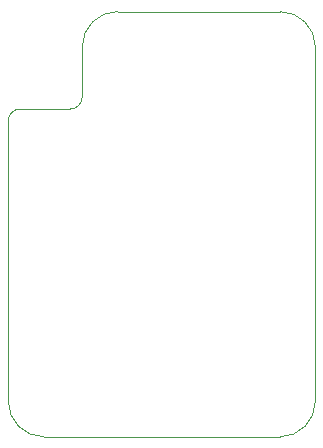
<source format=gbr>
%TF.GenerationSoftware,KiCad,Pcbnew,8.0.2*%
%TF.CreationDate,2024-05-30T14:17:59+02:00*%
%TF.ProjectId,MPPT_solar_charger_expansion_board,4d505054-5f73-46f6-9c61-725f63686172,1.00*%
%TF.SameCoordinates,Original*%
%TF.FileFunction,Profile,NP*%
%FSLAX46Y46*%
G04 Gerber Fmt 4.6, Leading zero omitted, Abs format (unit mm)*
G04 Created by KiCad (PCBNEW 8.0.2) date 2024-05-30 14:17:59*
%MOMM*%
%LPD*%
G01*
G04 APERTURE LIST*
%TA.AperFunction,Profile*%
%ADD10C,0.100000*%
%TD*%
G04 APERTURE END LIST*
D10*
X134178000Y-113396400D02*
X154178000Y-113396400D01*
X157178000Y-110396400D02*
X157178000Y-80396400D01*
X137428000Y-80396400D02*
X137428000Y-84646400D01*
X136428000Y-85646400D02*
X132178000Y-85646400D01*
X134178000Y-113396400D02*
G75*
G02*
X131178000Y-110396400I0J3000000D01*
G01*
X131178000Y-86646400D02*
X131178000Y-110396400D01*
X154178000Y-77396400D02*
G75*
G02*
X157178000Y-80396400I0J-3000000D01*
G01*
X137428000Y-80396400D02*
G75*
G02*
X140428000Y-77396400I3000000J0D01*
G01*
X157178000Y-110396400D02*
G75*
G02*
X154178000Y-113396400I-3000000J0D01*
G01*
X137428000Y-84646400D02*
G75*
G02*
X136428000Y-85646400I-1000000J0D01*
G01*
X131178000Y-86646400D02*
G75*
G02*
X132178000Y-85646400I1000000J0D01*
G01*
X154178000Y-77396400D02*
X140428000Y-77396400D01*
M02*

</source>
